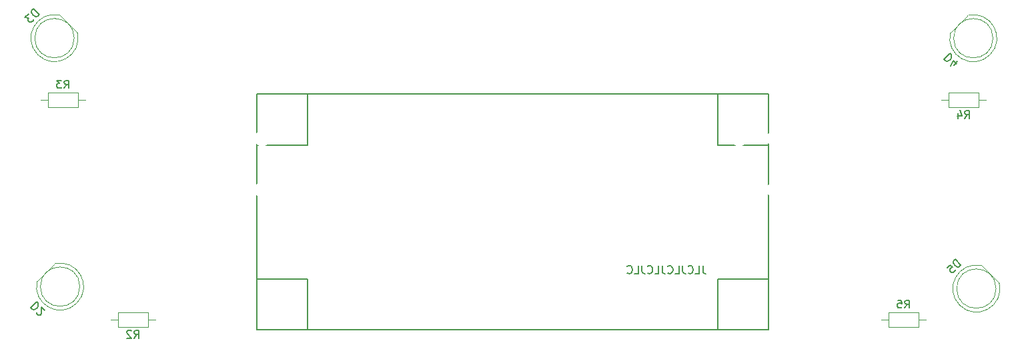
<source format=gbo>
%TF.GenerationSoftware,KiCad,Pcbnew,(6.0.11-0)*%
%TF.CreationDate,2023-02-15T22:40:40-07:00*%
%TF.ProjectId,gamepad,67616d65-7061-4642-9e6b-696361645f70,rev?*%
%TF.SameCoordinates,Original*%
%TF.FileFunction,Legend,Bot*%
%TF.FilePolarity,Positive*%
%FSLAX46Y46*%
G04 Gerber Fmt 4.6, Leading zero omitted, Abs format (unit mm)*
G04 Created by KiCad (PCBNEW (6.0.11-0)) date 2023-02-15 22:40:40*
%MOMM*%
%LPD*%
G01*
G04 APERTURE LIST*
G04 Aperture macros list*
%AMRotRect*
0 Rectangle, with rotation*
0 The origin of the aperture is its center*
0 $1 length*
0 $2 width*
0 $3 Rotation angle, in degrees counterclockwise*
0 Add horizontal line*
21,1,$1,$2,0,0,$3*%
G04 Aperture macros list end*
%ADD10C,0.150000*%
%ADD11C,0.120000*%
%ADD12RotRect,1.800000X1.800000X225.000000*%
%ADD13C,1.800000*%
%ADD14RotRect,1.800000X1.800000X315.000000*%
%ADD15C,1.400000*%
%ADD16O,1.400000X1.400000*%
%ADD17C,2.000000*%
%ADD18R,1.800000X1.800000*%
%ADD19R,1.700000X1.700000*%
%ADD20O,1.700000X1.700000*%
G04 APERTURE END LIST*
D10*
X189151664Y-135402647D02*
X189151664Y-136116933D01*
X189199283Y-136259790D01*
X189294521Y-136355028D01*
X189437378Y-136402647D01*
X189532617Y-136402647D01*
X188199283Y-136402647D02*
X188675474Y-136402647D01*
X188675474Y-135402647D01*
X187294521Y-136307409D02*
X187342140Y-136355028D01*
X187484997Y-136402647D01*
X187580236Y-136402647D01*
X187723093Y-136355028D01*
X187818331Y-136259790D01*
X187865950Y-136164552D01*
X187913569Y-135974076D01*
X187913569Y-135831219D01*
X187865950Y-135640743D01*
X187818331Y-135545505D01*
X187723093Y-135450267D01*
X187580236Y-135402647D01*
X187484997Y-135402647D01*
X187342140Y-135450267D01*
X187294521Y-135497886D01*
X186580236Y-135402647D02*
X186580236Y-136116933D01*
X186627855Y-136259790D01*
X186723093Y-136355028D01*
X186865950Y-136402647D01*
X186961188Y-136402647D01*
X185627855Y-136402647D02*
X186104045Y-136402647D01*
X186104045Y-135402647D01*
X184723093Y-136307409D02*
X184770712Y-136355028D01*
X184913569Y-136402647D01*
X185008807Y-136402647D01*
X185151664Y-136355028D01*
X185246902Y-136259790D01*
X185294521Y-136164552D01*
X185342140Y-135974076D01*
X185342140Y-135831219D01*
X185294521Y-135640743D01*
X185246902Y-135545505D01*
X185151664Y-135450267D01*
X185008807Y-135402647D01*
X184913569Y-135402647D01*
X184770712Y-135450267D01*
X184723093Y-135497886D01*
X184008807Y-135402647D02*
X184008807Y-136116933D01*
X184056426Y-136259790D01*
X184151664Y-136355028D01*
X184294521Y-136402647D01*
X184389759Y-136402647D01*
X183056426Y-136402647D02*
X183532617Y-136402647D01*
X183532617Y-135402647D01*
X182151664Y-136307409D02*
X182199283Y-136355028D01*
X182342140Y-136402647D01*
X182437378Y-136402647D01*
X182580236Y-136355028D01*
X182675474Y-136259790D01*
X182723093Y-136164552D01*
X182770712Y-135974076D01*
X182770712Y-135831219D01*
X182723093Y-135640743D01*
X182675474Y-135545505D01*
X182580236Y-135450267D01*
X182437378Y-135402647D01*
X182342140Y-135402647D01*
X182199283Y-135450267D01*
X182151664Y-135497886D01*
X181437378Y-135402647D02*
X181437378Y-136116933D01*
X181484997Y-136259790D01*
X181580236Y-136355028D01*
X181723093Y-136402647D01*
X181818331Y-136402647D01*
X180484997Y-136402647D02*
X180961188Y-136402647D01*
X180961188Y-135402647D01*
X179580236Y-136307409D02*
X179627855Y-136355028D01*
X179770712Y-136402647D01*
X179865950Y-136402647D01*
X180008807Y-136355028D01*
X180104045Y-136259790D01*
X180151664Y-136164552D01*
X180199283Y-135974076D01*
X180199283Y-135831219D01*
X180151664Y-135640743D01*
X180104045Y-135545505D01*
X180008807Y-135450267D01*
X179865950Y-135402647D01*
X179770712Y-135402647D01*
X179627855Y-135450267D01*
X179580236Y-135497886D01*
X197515000Y-143571190D02*
X191015000Y-143571190D01*
X191015000Y-143571190D02*
X191015000Y-137071190D01*
X191015000Y-137071190D02*
X197515000Y-137071190D01*
X197515000Y-137071190D02*
X197515000Y-143571190D01*
X197515000Y-143571190D02*
X132515000Y-143571190D01*
X132515000Y-143571190D02*
X132515000Y-113571190D01*
X132515000Y-113571190D02*
X197515000Y-113571190D01*
X197515000Y-113571190D02*
X197515000Y-143571190D01*
X197515000Y-120071190D02*
X191015000Y-120071190D01*
X191015000Y-120071190D02*
X191015000Y-113571190D01*
X191015000Y-113571190D02*
X197515000Y-113571190D01*
X197515000Y-113571190D02*
X197515000Y-120071190D01*
X139015000Y-120071190D02*
X132515000Y-120071190D01*
X132515000Y-120071190D02*
X132515000Y-113571190D01*
X132515000Y-113571190D02*
X139015000Y-113571190D01*
X139015000Y-113571190D02*
X139015000Y-120071190D01*
X139015000Y-143571190D02*
X132515000Y-143571190D01*
X132515000Y-143571190D02*
X132515000Y-137071190D01*
X132515000Y-137071190D02*
X139015000Y-137071190D01*
X139015000Y-137071190D02*
X139015000Y-143571190D01*
%TO.C,D5*%
X221911588Y-135310701D02*
X221204482Y-134603594D01*
X221036123Y-134771953D01*
X220968779Y-134906640D01*
X220968779Y-135041327D01*
X221002451Y-135142342D01*
X221103466Y-135310701D01*
X221204482Y-135411716D01*
X221372840Y-135512732D01*
X221473856Y-135546403D01*
X221608543Y-135546403D01*
X221743230Y-135479060D01*
X221911588Y-135310701D01*
X220160657Y-135647419D02*
X220497375Y-135310701D01*
X220867764Y-135613747D01*
X220800420Y-135613747D01*
X220699405Y-135647419D01*
X220531046Y-135815777D01*
X220497375Y-135916793D01*
X220497375Y-135984136D01*
X220531046Y-136085151D01*
X220699405Y-136253510D01*
X220800420Y-136287182D01*
X220867764Y-136287182D01*
X220968779Y-136253510D01*
X221137138Y-136085151D01*
X221170810Y-135984136D01*
X221170810Y-135916793D01*
%TO.C,D4*%
X220478934Y-108440739D02*
X219771827Y-109147845D01*
X219940186Y-109316204D01*
X220074873Y-109383548D01*
X220209560Y-109383548D01*
X220310575Y-109349876D01*
X220478934Y-109248861D01*
X220579949Y-109147845D01*
X220680965Y-108979487D01*
X220714636Y-108878471D01*
X220714636Y-108743784D01*
X220647293Y-108609097D01*
X220478934Y-108440739D01*
X221017682Y-109922296D02*
X221489087Y-109450891D01*
X220579949Y-110023311D02*
X220916667Y-109349876D01*
X221354400Y-109787609D01*
%TO.C,D3*%
X104907974Y-103468418D02*
X104200868Y-102761311D01*
X104032509Y-102929670D01*
X103965165Y-103064357D01*
X103965165Y-103199044D01*
X103998837Y-103300059D01*
X104099852Y-103468418D01*
X104200868Y-103569433D01*
X104369226Y-103670449D01*
X104470242Y-103704120D01*
X104604929Y-103704120D01*
X104739616Y-103636777D01*
X104907974Y-103468418D01*
X103561104Y-103401074D02*
X103123371Y-103838807D01*
X103628448Y-103872479D01*
X103527432Y-103973494D01*
X103493761Y-104074510D01*
X103493761Y-104141853D01*
X103527432Y-104242868D01*
X103695791Y-104411227D01*
X103796806Y-104444899D01*
X103864150Y-104444899D01*
X103965165Y-104411227D01*
X104167196Y-104209197D01*
X104200868Y-104108181D01*
X104200868Y-104040838D01*
%TO.C,D2*%
X104575852Y-140016374D02*
X103868745Y-140723480D01*
X104037104Y-140891839D01*
X104171791Y-140959183D01*
X104306478Y-140959183D01*
X104407493Y-140925511D01*
X104575852Y-140824496D01*
X104676867Y-140723480D01*
X104777882Y-140555122D01*
X104811554Y-140454106D01*
X104811554Y-140319419D01*
X104744211Y-140184732D01*
X104575852Y-140016374D01*
X104609524Y-141329572D02*
X104609524Y-141396916D01*
X104643195Y-141497931D01*
X104811554Y-141666290D01*
X104912570Y-141699961D01*
X104979913Y-141699961D01*
X105080928Y-141666290D01*
X105148272Y-141598946D01*
X105215615Y-141464259D01*
X105215615Y-140656137D01*
X105653348Y-141093870D01*
%TO.C,R5*%
X214796666Y-140772380D02*
X215130000Y-140296190D01*
X215368095Y-140772380D02*
X215368095Y-139772380D01*
X214987142Y-139772380D01*
X214891904Y-139820000D01*
X214844285Y-139867619D01*
X214796666Y-139962857D01*
X214796666Y-140105714D01*
X214844285Y-140200952D01*
X214891904Y-140248571D01*
X214987142Y-140296190D01*
X215368095Y-140296190D01*
X213891904Y-139772380D02*
X214368095Y-139772380D01*
X214415714Y-140248571D01*
X214368095Y-140200952D01*
X214272857Y-140153333D01*
X214034761Y-140153333D01*
X213939523Y-140200952D01*
X213891904Y-140248571D01*
X213844285Y-140343809D01*
X213844285Y-140581904D01*
X213891904Y-140677142D01*
X213939523Y-140724761D01*
X214034761Y-140772380D01*
X214272857Y-140772380D01*
X214368095Y-140724761D01*
X214415714Y-140677142D01*
%TO.C,R4*%
X222416666Y-116672380D02*
X222750000Y-116196190D01*
X222988095Y-116672380D02*
X222988095Y-115672380D01*
X222607142Y-115672380D01*
X222511904Y-115720000D01*
X222464285Y-115767619D01*
X222416666Y-115862857D01*
X222416666Y-116005714D01*
X222464285Y-116100952D01*
X222511904Y-116148571D01*
X222607142Y-116196190D01*
X222988095Y-116196190D01*
X221559523Y-116005714D02*
X221559523Y-116672380D01*
X221797619Y-115624761D02*
X222035714Y-116339047D01*
X221416666Y-116339047D01*
%TO.C,R3*%
X108116666Y-112832380D02*
X108450000Y-112356190D01*
X108688095Y-112832380D02*
X108688095Y-111832380D01*
X108307142Y-111832380D01*
X108211904Y-111880000D01*
X108164285Y-111927619D01*
X108116666Y-112022857D01*
X108116666Y-112165714D01*
X108164285Y-112260952D01*
X108211904Y-112308571D01*
X108307142Y-112356190D01*
X108688095Y-112356190D01*
X107783333Y-111832380D02*
X107164285Y-111832380D01*
X107497619Y-112213333D01*
X107354761Y-112213333D01*
X107259523Y-112260952D01*
X107211904Y-112308571D01*
X107164285Y-112403809D01*
X107164285Y-112641904D01*
X107211904Y-112737142D01*
X107259523Y-112784761D01*
X107354761Y-112832380D01*
X107640476Y-112832380D01*
X107735714Y-112784761D01*
X107783333Y-112737142D01*
%TO.C,R2*%
X117006666Y-144612380D02*
X117340000Y-144136190D01*
X117578095Y-144612380D02*
X117578095Y-143612380D01*
X117197142Y-143612380D01*
X117101904Y-143660000D01*
X117054285Y-143707619D01*
X117006666Y-143802857D01*
X117006666Y-143945714D01*
X117054285Y-144040952D01*
X117101904Y-144088571D01*
X117197142Y-144136190D01*
X117578095Y-144136190D01*
X116625714Y-143707619D02*
X116578095Y-143660000D01*
X116482857Y-143612380D01*
X116244761Y-143612380D01*
X116149523Y-143660000D01*
X116101904Y-143707619D01*
X116054285Y-143802857D01*
X116054285Y-143898095D01*
X116101904Y-144040952D01*
X116673333Y-144612380D01*
X116054285Y-144612380D01*
D11*
%TO.C,D5*%
X224587651Y-135410201D02*
X226772611Y-137595161D01*
X221755360Y-140426798D02*
G75*
G03*
X226772491Y-137595041I2114577J2113923D01*
G01*
X224587771Y-135410322D02*
G75*
G03*
X221756015Y-140427451I-717834J-2902553D01*
G01*
X226369937Y-138312875D02*
G75*
G03*
X226369937Y-138312875I-2500000J0D01*
G01*
%TO.C,D4*%
X220578434Y-105764677D02*
X222763394Y-103579717D01*
X225595031Y-108596968D02*
G75*
G03*
X222763274Y-103579837I-2113923J2114577D01*
G01*
X220578555Y-105764557D02*
G75*
G03*
X225595684Y-108596313I2902553J-717834D01*
G01*
X225981108Y-106482391D02*
G75*
G03*
X225981108Y-106482391I-2500000J0D01*
G01*
%TO.C,D3*%
X107584037Y-103567918D02*
X109768997Y-105752878D01*
X104751746Y-108584515D02*
G75*
G03*
X109768877Y-105752758I2114577J2113923D01*
G01*
X107584157Y-103568039D02*
G75*
G03*
X104752401Y-108585168I-717834J-2902553D01*
G01*
X109366323Y-106470592D02*
G75*
G03*
X109366323Y-106470592I-2500000J0D01*
G01*
%TO.C,D2*%
X104675352Y-137340312D02*
X106860312Y-135155352D01*
X109691949Y-140172603D02*
G75*
G03*
X106860192Y-135155472I-2113923J2114577D01*
G01*
X104675473Y-137340192D02*
G75*
G03*
X109692602Y-140171948I2902553J-717834D01*
G01*
X110078026Y-138058026D02*
G75*
G03*
X110078026Y-138058026I-2500000J0D01*
G01*
%TO.C,R5*%
X212710000Y-143160000D02*
X212710000Y-141320000D01*
X212710000Y-141320000D02*
X216550000Y-141320000D01*
X216550000Y-143160000D02*
X212710000Y-143160000D01*
X211760000Y-142240000D02*
X212710000Y-142240000D01*
X216550000Y-141320000D02*
X216550000Y-143160000D01*
X217500000Y-142240000D02*
X216550000Y-142240000D01*
%TO.C,R4*%
X224170000Y-113380000D02*
X224170000Y-115220000D01*
X224170000Y-115220000D02*
X220330000Y-115220000D01*
X220330000Y-113380000D02*
X224170000Y-113380000D01*
X225120000Y-114300000D02*
X224170000Y-114300000D01*
X220330000Y-115220000D02*
X220330000Y-113380000D01*
X219380000Y-114300000D02*
X220330000Y-114300000D01*
%TO.C,R3*%
X110820000Y-114300000D02*
X109870000Y-114300000D01*
X109870000Y-113380000D02*
X109870000Y-115220000D01*
X105080000Y-114300000D02*
X106030000Y-114300000D01*
X109870000Y-115220000D02*
X106030000Y-115220000D01*
X106030000Y-113380000D02*
X109870000Y-113380000D01*
X106030000Y-115220000D02*
X106030000Y-113380000D01*
%TO.C,R2*%
X118760000Y-141320000D02*
X118760000Y-143160000D01*
X118760000Y-143160000D02*
X114920000Y-143160000D01*
X114920000Y-141320000D02*
X118760000Y-141320000D01*
X119710000Y-142240000D02*
X118760000Y-142240000D01*
X114920000Y-143160000D02*
X114920000Y-141320000D01*
X113970000Y-142240000D02*
X114920000Y-142240000D01*
%TD*%
%LPC*%
D12*
%TO.C,D5*%
X224767963Y-137414849D03*
D13*
X222971912Y-139210900D03*
%TD*%
D14*
%TO.C,D4*%
X222583082Y-105584365D03*
D13*
X224379133Y-107380416D03*
%TD*%
D12*
%TO.C,D3*%
X107764349Y-105572566D03*
D13*
X105968298Y-107368617D03*
%TD*%
D14*
%TO.C,D2*%
X106680000Y-137160000D03*
D13*
X108476051Y-138956051D03*
%TD*%
D15*
%TO.C,R5*%
X218440000Y-142240000D03*
D16*
X210820000Y-142240000D03*
%TD*%
D15*
%TO.C,R4*%
X218440000Y-114300000D03*
D16*
X226060000Y-114300000D03*
%TD*%
%TO.C,R3*%
X104140000Y-114300000D03*
D15*
X111760000Y-114300000D03*
%TD*%
%TO.C,R2*%
X113030000Y-142240000D03*
D16*
X120650000Y-142240000D03*
%TD*%
D17*
%TO.C,SW5*%
X152910000Y-105000000D03*
X146410000Y-105000000D03*
X152910000Y-109500000D03*
X146410000Y-109500000D03*
%TD*%
%TO.C,SW3*%
X118750000Y-129250000D03*
X118750000Y-135750000D03*
X123250000Y-135750000D03*
X123250000Y-129250000D03*
%TD*%
%TO.C,SW8*%
X193750000Y-125750000D03*
X193750000Y-119250000D03*
X198250000Y-119250000D03*
X198250000Y-125750000D03*
%TD*%
D15*
%TO.C,R1*%
X170180000Y-117270000D03*
D16*
X170180000Y-124890000D03*
%TD*%
D13*
%TO.C,D1*%
X166290000Y-116880000D03*
D18*
X163750000Y-116880000D03*
%TD*%
D19*
%TO.C,J1*%
X189225000Y-138971190D03*
D20*
X189225000Y-141511190D03*
X186685000Y-138971190D03*
X186685000Y-141511190D03*
X184145000Y-138971190D03*
X184145000Y-141511190D03*
X181605000Y-138971190D03*
X181605000Y-141511190D03*
X179065000Y-138971190D03*
X179065000Y-141511190D03*
X176525000Y-138971190D03*
X176525000Y-141511190D03*
X173985000Y-138971190D03*
X173985000Y-141511190D03*
X171445000Y-138971190D03*
X171445000Y-141511190D03*
X168905000Y-138971190D03*
X168905000Y-141511190D03*
X166365000Y-138971190D03*
X166365000Y-141511190D03*
X163825000Y-138971190D03*
X163825000Y-141511190D03*
X161285000Y-138971190D03*
X161285000Y-141511190D03*
X158745000Y-138971190D03*
X158745000Y-141511190D03*
X156205000Y-138971190D03*
X156205000Y-141511190D03*
X153665000Y-138971190D03*
X153665000Y-141511190D03*
X151125000Y-138971190D03*
X151125000Y-141511190D03*
X148585000Y-138971190D03*
X148585000Y-141511190D03*
X146045000Y-138971190D03*
X146045000Y-141511190D03*
X143505000Y-138971190D03*
X143505000Y-141511190D03*
X140965000Y-138971190D03*
X140965000Y-141511190D03*
%TD*%
D17*
%TO.C,SW11*%
X219750000Y-125750000D03*
X219750000Y-119250000D03*
X224250000Y-125750000D03*
X224250000Y-119250000D03*
%TD*%
%TO.C,SW1*%
X108750000Y-125750000D03*
X108750000Y-119250000D03*
X113250000Y-119250000D03*
X113250000Y-125750000D03*
%TD*%
%TO.C,SW7*%
X183590000Y-105000000D03*
X177090000Y-105000000D03*
X177090000Y-109500000D03*
X183590000Y-109500000D03*
%TD*%
%TO.C,SW10*%
X206750000Y-109250000D03*
X206750000Y-115750000D03*
X211250000Y-109250000D03*
X211250000Y-115750000D03*
%TD*%
%TO.C,SW2*%
X118750000Y-115750000D03*
X118750000Y-109250000D03*
X123250000Y-115750000D03*
X123250000Y-109250000D03*
%TD*%
%TO.C,SW4*%
X128750000Y-119250000D03*
X128750000Y-125750000D03*
X133250000Y-119250000D03*
X133250000Y-125750000D03*
%TD*%
%TO.C,SW9*%
X206750000Y-135750000D03*
X206750000Y-129250000D03*
X211250000Y-135750000D03*
X211250000Y-129250000D03*
%TD*%
%TO.C,SW6*%
X161750000Y-105000000D03*
X168250000Y-105000000D03*
X161750000Y-109500000D03*
X168250000Y-109500000D03*
%TD*%
M02*

</source>
